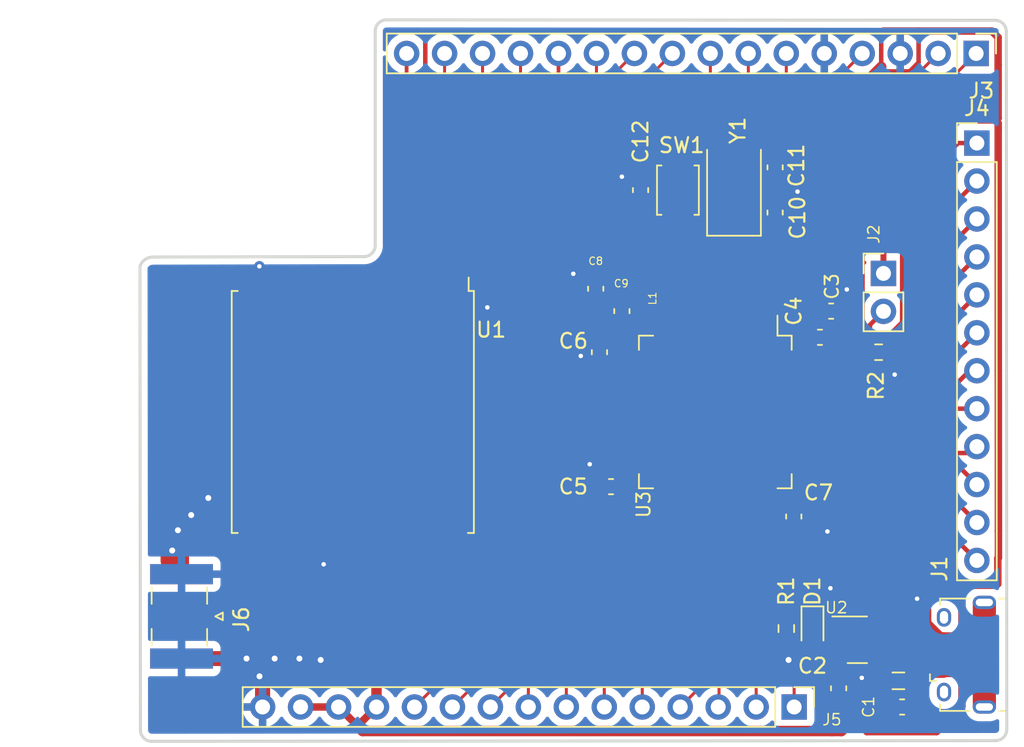
<source format=kicad_pcb>
(kicad_pcb (version 20211014) (generator pcbnew)
  (layers (0 "F.Cu" signal) (31 "B.Cu" signal) (34 "B.Paste" user) (35 "F.Paste" user) (36 "B.SilkS" user "B.Silkscreen") (37 "F.SilkS" user "F.Silkscreen") (38 "B.Mask" user) (39 "F.Mask" user) (44 "Edge.Cuts" user))
  (net 0 "")
  (net 1 "+3.3V")
  (net 2 "GND")
  (net 3 "+3.3VA")
  (net 4 "VCC")
  (net 5 "/RCC_OSC_IN")
  (net 6 "/RCC_OSC_OUT")
  (net 7 "RESET")
  (net 8 "Net-(D1-Pad1)")
  (net 9 "+5V")
  (net 10 "USB_D-")
  (net 11 "USB_D+")
  (net 14 "Net-(J2-Pad2)")
  (net 15 "PB8")
  (net 16 "PB9")
  (net 17 "VLCD")
  (net 18 "PC13")
  (net 19 "PC14")
  (net 20 "PC15")
  (net 21 "PC0")
  (net 22 "PC1")
  (net 23 "PC2")
  (net 24 "PC3")
  (net 25 "PA0")
  (net 26 "PA1")
  (net 27 "PA2")
  (net 28 "PA3")
  (net 29 "Net-(J6-Pad1)")
  (net 30 "SPI1_MISO")
  (net 31 "SPI1_MOSI")
  (net 32 "SPI1_SCK")
  (net 33 "RFM95_CS")
  (net 34 "RFM95_RESET")
  (net 35 "DIO5")
  (net 36 "DIO3")
  (net 37 "DIO4")
  (net 38 "DIO0")
  (net 39 "DIO1")
  (net 40 "DIO2")
  (net 41 "PB12")
  (net 42 "PB13")
  (net 43 "PB14")
  (net 44 "PB15")
  (net 45 "PC6")
  (net 46 "PC7")
  (net 47 "PC8")
  (net 48 "PC9")
  (net 49 "PA8")
  (net 50 "PA9")
  (net 51 "PA10")
  (net 52 "SWDIO")
  (net 53 "SWCLK")
  (net 54 "PA15")
  (net 55 "PC10")
  (net 56 "PC11")
  (net 57 "PC12")
  (net 58 "PD2")
  (net 59 "PB3")
  (net 60 "PB4")
  (net 61 "PB5")
  (net 62 "PB6")
  (net 63 "PB7")
  (footprint "Inductor_SMD:L_0805_2012Metric" (layer "F.Cu") (at 130.75 108 180)
    (fp_text reference "FB1" hide)
    (fp_text value "100R" hide)
  )
  (footprint "Capacitor_SMD:C_0603_1608Metric" (layer "F.Cu") (at 125.5 85)
    (fp_text reference "C4")
    (fp_text value "100n" hide)
  )
  (footprint "Package_QFP:LQFP-64_10x10mm_P0.5mm" (layer "F.Cu") (at 118.5 90 -90)
    (fp_text reference "U3")
    (fp_text value "STM32L053R8Tx" hide)
  )
  (footprint "Button_Switch_SMD:SW_SPST_B3U-1000P" (layer "F.Cu") (at 116 75.15 90)
    (fp_text reference "SW1")
    (fp_text value "SW_Push" hide)
  )
  (footprint "Capacitor_SMD:C_0603_1608Metric" (layer "F.Cu") (at 110.75 86 90)
    (fp_text reference "C6")
    (fp_text value "100n" hide)
  )
  (footprint "Capacitor_SMD:C_0603_1608Metric" (layer "F.Cu") (at 112.25 83.25 90)
    (fp_text reference "C9")
    (fp_text value "100n" hide)
  )
  (footprint "Connector_Coaxial:SMA_Samtec_SMA-J-P-X-ST-EM1_EdgeMount" (layer "F.Cu") (at 82.7929 103.6828 -90)
    (fp_text reference "J6")
    (fp_text value "Conn_Coaxial" hide)
  )
  (footprint "Connector_PinHeader_2.54mm:PinHeader_1x16_P2.54mm_Vertical" (layer "F.Cu") (at 135.95 66 -90)
    (fp_text reference "J3")
    (fp_text value "Conn_01x16_Male" hide)
  )
  (footprint "Capacitor_SMD:C_0603_1608Metric" (layer "F.Cu") (at 126.75 108.5 -90)
    (fp_text reference "C2")
    (fp_text value "1u" hide)
  )
  (footprint "Crystal:Crystal_SMD_5032-2Pin_5.0x3.2mm" (layer "F.Cu") (at 119.75 75.15 90)
    (fp_text reference "Y1")
    (fp_text value "8MHz" hide)
  )
  (footprint "Connector_PinHeader_2.54mm:PinHeader_1x15_P2.54mm_Vertical" (layer "F.Cu") (at 123.775 109.75 -90)
    (fp_text reference "J5")
    (fp_text value "Conn_01x15_Male" hide)
  )
  (footprint "LED_SMD:LED_0603_1608Metric" (layer "F.Cu") (at 125 104.5 -90)
    (fp_text reference "D1")
    (fp_text value "GREEN" hide)
  )
  (footprint "Package_TO_SOT_SMD:SOT-23" (layer "F.Cu") (at 128 105.25)
    (fp_text reference "U2")
    (fp_text value "XC6206P332MR" hide)
  )
  (footprint "Inductor_SMD:L_0402_1005Metric" (layer "F.Cu") (at 113.75 83.75 -90)
    (fp_text reference "L1")
    (fp_text value "27n" hide)
  )
  (footprint "Capacitor_SMD:C_0603_1608Metric" (layer "F.Cu") (at 110.5 81.75 90)
    (fp_text reference "C8")
    (fp_text value "1u" hide)
  )
  (footprint "Capacitor_SMD:C_0603_1608Metric" (layer "F.Cu") (at 122.5 76.65 90)
    (fp_text reference "C10")
    (fp_text value "30p" hide)
  )
  (footprint "RF_Module:HOPERF_RFM9XW_SMD" (layer "F.Cu") (at 94.25 90 -90)
    (fp_text reference "U1")
    (fp_text value "RFM95W-868S2" hide)
  )
  (footprint "Capacitor_SMD:C_0603_1608Metric" (layer "F.Cu") (at 123.75 97 -90)
    (fp_text reference "C7")
    (fp_text value "100n" hide)
  )
  (footprint "Capacitor_SMD:C_0603_1608Metric" (layer "F.Cu") (at 111.525 95 180)
    (fp_text reference "C5")
    (fp_text value "100n" hide)
  )
  (footprint "Connector_PinHeader_2.54mm:PinHeader_1x02_P2.54mm_Vertical" (layer "F.Cu") (at 129.75 80.725)
    (fp_text reference "J2")
    (fp_text value "Conn_01x02_Male" hide)
  )
  (footprint "Resistor_SMD:R_0603_1608Metric" (layer "F.Cu") (at 129.425 86)
    (fp_text reference "R2")
    (fp_text value "10k" hide)
  )
  (footprint "Capacitor_SMD:C_0603_1608Metric" (layer "F.Cu") (at 122.5 73.625 -90)
    (fp_text reference "C11")
    (fp_text value "30p" hide)
  )
  (footprint "Connector_USB:USB_Micro-B_Amphenol_10118194_Horizontal" (layer "F.Cu") (at 135.2 106.25 90)
    (fp_text reference "J1")
    (fp_text value "USB_B_Micro" hide)
  )
  (footprint "Capacitor_SMD:C_0603_1608Metric" (layer "F.Cu") (at 113.5 75.15 90)
    (fp_text reference "C12")
    (fp_text value "100n" hide)
  )
  (footprint "Capacitor_SMD:C_0603_1608Metric" (layer "F.Cu") (at 131 109.75)
    (fp_text reference "C1")
    (fp_text value "1u" hide)
  )
  (footprint "Resistor_SMD:R_0603_1608Metric" (layer "F.Cu") (at 123.25 104.5 -90)
    (fp_text reference "R1")
    (fp_text value "1k5" hide)
  )
  (footprint "Capacitor_SMD:C_0603_1608Metric" (layer "F.Cu") (at 126.25 83.25)
    (fp_text reference "C3")
    (fp_text value "4u7" hide)
  )
  (footprint "Connector_PinHeader_2.54mm:PinHeader_1x12_P2.54mm_Vertical" (layer "F.Cu") (at 136 72)
    (fp_text reference "J4")
    (fp_text value "Conn_01x12_Male" hide)
  )
  (gr_arc (start 137.21967 63.78033) (mid 137.749999 64) (end 137.96967 64.53033) (layer "Edge.Cuts") (width 0.2))
  (gr_line (start 96.5 63.75) (end 137.21967 63.78033) (layer "Edge.Cuts") (width 0.2))
  (gr_line (start 80.04433 111.3) (end 80.01 80.264) (layer "Edge.Cuts") (width 0.2))
  (gr_arc (start 95.75 64.5) (mid 95.96967 63.969671) (end 96.5 63.75) (layer "Edge.Cuts") (width 0.2))
  (gr_arc (start 80.79433 112.05) (mid 80.264001 111.83033) (end 80.04433 111.3) (layer "Edge.Cuts") (width 0.2))
  (gr_arc (start 95.75 78.85) (mid 95.53033 79.380329) (end 95 79.6) (layer "Edge.Cuts") (width 0.2))
  (gr_arc (start 80.01 80.264) (mid 80.347032 79.796046) (end 80.899 79.629) (layer "Edge.Cuts") (width 0.2))
  (gr_line (start 95.75 64.5) (end 95.75 78.85) (layer "Edge.Cuts") (width 0.2))
  (gr_arc (start 138 111.25) (mid 137.78033 111.780329) (end 137.25 112) (layer "Edge.Cuts") (width 0.2))
  (gr_line (start 137.96967 64.53033) (end 138 111.25) (layer "Edge.Cuts") (width 0.2))
  (gr_line (start 137.25 112) (end 80.79433 112.05) (layer "Edge.Cuts") (width 0.2))
  (gr_line (start 95 79.6) (end 80.899 79.629) (layer "Edge.Cuts") (width 0.2))
  (segment (start 128.65 111.4) (end 127.775 110.525) (width 0.5) (layer "F.Cu") (net 1))
  (segment (start 133.5 70.5) (end 137.25 70.5) (width 0.4) (layer "F.Cu") (net 1))
  (segment (start 114.75 93.75) (end 118.5 90) (width 0.5) (layer "F.Cu") (net 1))
  (segment (start 124.275 86.15) (end 124.725 85.7) (width 0.5) (layer "F.Cu") (net 1))
  (segment (start 124.725 84.025) (end 124.725 85) (width 0.5) (layer "F.Cu") (net 1))
  (segment (start 127.775 110.525) (end 126.939793 111.360207) (width 0.7) (layer "F.Cu") (net 1))
  (segment (start 93.295 109.75) (end 90.755 109.75) (width 0.5) (layer "F.Cu") (net 1))
  (segment (start 137 64.5) (end 132.1 64.5) (width 0.5) (layer "F.Cu") (net 1))
  (segment (start 94.845 110.74) (end 95.835 109.75) (width 0.5) (layer "F.Cu") (net 1))
  (segment (start 127 79) (end 125.3 80.7) (width 0.7) (layer "F.Cu") (net 1))
  (segment (start 108 100.25) (end 96.65 100.25) (width 0.7) (layer "F.Cu") (net 1))
  (segment (start 137.434646 87.267474) (end 137.433586 87.266414) (width 0.5) (layer "F.Cu") (net 1))
  (segment (start 112.825 87.25) (end 111.225 87.25) (width 0.3) (layer "F.Cu") (net 1))
  (segment (start 122.35 95.775) (end 122.35 95.675) (width 0.5) (layer "F.Cu") (net 1))
  (segment (start 96.65 100.25) (end 95.25 101.65) (width 0.7) (layer "F.Cu") (net 1))
  (segment (start 99.1 73.6) (end 104.45 78.95) (width 0.3) (layer "F.Cu") (net 1))
  (segment (start 99.1 65.1) (end 99.1 73.6) (width 0.3) (layer "F.Cu") (net 1))
  (segment (start 127 69.5) (end 127 79) (width 0.7) (layer "F.Cu") (net 1))
  (segment (start 124.725 85.7) (end 124.725 85) (width 0.5) (layer "F.Cu") (net 1))
  (segment (start 125.3 83.075) (end 125.475 83.25) (width 0.7) (layer "F.Cu") (net 1))
  (segment (start 132.1 64.5) (end 129.75 64.5) (width 0.5) (layer "F.Cu") (net 1))
  (segment (start 126.75 106.5125) (end 127.0625 106.2) (width 0.7) (layer "F.Cu") (net 1))
  (segment (start 104.45 78.95) (end 111.063604 78.95) (width 0.3) (layer "F.Cu") (net 1))
  (segment (start 123.75 96.225) (end 122.8 96.225) (width 0.5) (layer "F.Cu") (net 1))
  (segment (start 95.25 98) (end 95.25 101.65) (width 0.7) (layer "F.Cu") (net 1))
  (segment (start 94.905841 111.360841) (end 94.845 111.3) (width 0.7) (layer "F.Cu") (net 1))
  (segment (start 121.6 86.1) (end 121.65 86.15) (width 0.5) (layer "F.Cu") (net 1))
  (segment (start 113.75 81.636396) (end 113.75 83.265) (width 0.3) (layer "F.Cu") (net 1))
  (segment (start 118.5 89.25) (end 118.5 89.2) (width 0.5) (layer "F.Cu") (net 1))
  (segment (start 112.3 95) (end 113.5 95) (width 0.5) (layer "F.Cu") (net 1))
  (segment (start 129.75 64.5) (end 99.7 64.5) (width 0.3) (layer "F.Cu") (net 1))
  (segment (start 137.423934 70.673934) (end 137.25 70.5) (width 0.5) (layer "F.Cu") (net 1))
  (segment (start 137.4 99.8) (end 137.441371 99.758629) (width 0.5) (layer "F.Cu") (net 1))
  (segment (start 137.433586 85.966603) (end 137.423934 71.100049) (width 0.5) (layer "F.Cu") (net 1))
  (segment (start 125 105.2875) (end 126.15 105.2875) (width 0.7) (layer "F.Cu") (net 1))
  (segment (start 111.225 87.25) (end 110.75 86.775) (width 0.3) (layer "F.Cu") (net 1))
  (segment (start 133.3 111.4) (end 128.65 111.4) (width 0.5) (layer "F.Cu") (net 1))
  (segment (start 131.5 67.2) (end 129.9 67.2) (width 0.3) (layer "F.Cu") (net 1))
  (segment (start 112.825 87.25) (end 116.5 87.25) (width 0.3) (layer "F.Cu") (net 1))
  (segment (start 123.75 96.225) (end 127.725 96.225) (width 0.5) (layer "F.Cu") (net 1))
  (segment (start 118.5 89.2) (end 121.6 86.1) (width 0.5) (layer "F.Cu") (net 1))
  (segment (start 137.441371 99.758629) (end 137.441371 97.958629) (width 0.5) (layer "F.Cu") (net 1))
  (segment (start 135 101.75) (end 133.25 101.75) (width 0.5) (layer "F.Cu") (net 1))
  (segment (start 94.845 111.3) (end 94.845 110.74) (width 0.5) (layer "F.Cu") (net 1))
  (segment (start 135.15 101.6) (end 137.3 101.6) (width 0.5) (layer "F.Cu") (net 1))
  (segment (start 135 101.75) (end 135 109.7) (width 0.5) (layer "F.Cu") (net 1))
  (segment (start 112.3 95) (end 112.3 94.275) (width 0.5) (layer "F.Cu") (net 1))
  (segment (start 137.419923 64.919923) (end 137.421144 66.800051) (width 0.5) (layer "F.Cu") (net 1))
  (segment (start 125.3 80.7) (end 125.3 83.075) (width 0.7) (layer "F.Cu") (net 1))
  (segment (start 129.6 66.9) (end 127 69.5) (width 0.7) (layer "F.Cu") (net 1))
  (segment (start 116.5 87.25) (end 118.5 89.25) (width 0.3) (layer "F.Cu") (net 1))
  (segment (start 126.299961 111.360841) (end 94.905841 111.360841) (width 0.7) (layer "F.Cu") (net 1))
  (segment (start 137.4 101.5) (end 137.4 99.8) (width 0.5) (layer "F.Cu") (net 1))
  (segment (start 129.75 74.25) (end 133.5 70.5) (width 0.4) (layer "F.Cu") (net 1))
  (segment (start 126.75 107.725) (end 126.771016 107.725) (width 0.7) (layer "F.Cu") (net 1))
  (segment (start 137.419923 64.919923) (end 137 64.5) (width 0.5) (layer "F.Cu") (net 1))
  (segment (start 112.3 95.95) (end 112.3 95) (width 0.7) (layer "F.Cu") (net 1))
  (segment (start 137.434646 87.600042) (end 137.434646 87.267474) (width 0.5) (layer "F.Cu") (net 1))
  (segment (start 112.3 94.275) (end 112.725 93.85) (width 0.5) (layer "F.Cu") (net 1))
  (segment (start 129.6 64.65) (end 129.75 64.5) (width 0.3) (layer "F.Cu") (net 1))
  (segment (start 137.421144 66.800051) (end 137.421144 70.328856) (width 0.5) (layer "F.Cu") (net 1))
  (segment (start 126.15 105.2875) (end 127.0625 106.2) (width 0.7) (layer "F.Cu") (net 1))
  (segment (start 132.1 64.5) (end 132.1 66.6) (width 0.3) (layer "F.Cu") (net 1))
  (segment (start 125.475 83.25) (end 125.25 83.025) (width 0.3) (layer "F.Cu") (net 1))
  (segment (start 113.5 95) (end 114.75 93.75) (width 0.5) (layer "F.Cu") (net 1))
  (segment (start 127.775 108.728984) (end 127.775 110.525) (width 0.7) (layer "F.Cu") (net 1))
  (segment (start 94.845 111.3) (end 93.295 109.75) (width 0.5) (layer "F.Cu") (net 1))
  (segment (start 130.625 99.125) (end 133.25 101.75) (width 0.5) (layer "F.Cu") (net 1))
  (segment (start 137.421144 70.328856) (end 137.25 70.5) (width 0.5) (layer "F.Cu") (net 1))
  (segment (start 135 101.75) (end 135.15 101.6) (width 0.5) (layer "F.Cu") (net 1))
  (segment (start 122.8 96.225) (end 122.35 95.775) (width 0.5) (layer "F.Cu") (net 1))
  (segment (start 132.1 66.6) (end 131.5 67.2) (width 0.3) (layer "F.Cu") (net 1))
  (segment (start 125.475 83.275) (end 124.725 84.025) (width 0.5) (layer "F.Cu") (net 1))
  (segment (start 95.25 101.65) (end 95.25 106.55) (width 0.7) (layer "F.Cu") (net 1))
  (segment (start 112.725 93.85) (end 112.825 93.85) (width 0.5) (layer "F.Cu") (net 1))
  (segment (start 137.433586 87.266414) (end 137.433586 85.966603) (width 0.5) (layer "F.Cu") (net 1))
  (segment (start 127.725 96.225) (end 130.625 99.125) (width 0.5) (layer "F.Cu") (net 1))
  (segment (start 95.835 107.135) (end 95.835 109.75) (width 0.7) (layer "F.Cu") (net 1))
  (segment (start 111.063604 78.95) (end 113.75 81.636396) (width 0.3) (layer "F.Cu") (net 1))
  (segment (start 137.423934 71.100049) (end 137.423934 70.673934) (width 0.5) (layer "F.Cu") (net 1))
  (segment (start 129.9 67.2) (end 129.6 66.9) (width 0.3) (layer "F.Cu") (net 1))
  (segment (start 126.771016 107.725) (end 127.775 108.728984) (width 0.7) (layer "F.Cu") (net 1))
  (segment (start 137.3 101.6) (end 137.4 101.5) (width 0.5) (layer "F.Cu") (net 1))
  (segment (start 126.75 107.725) (end 126.75 106.5125) (width 0.7) (layer "F.Cu") (net 1))
  (segment (start 126.939793 111.360207) (end 126.299961 111.360841) (width 0.7) (layer "F.Cu") (net 1))
  (segment (start 125.475 83.25) (end 125.475 83.275) (width 0.5) (layer "F.Cu") (net 1))
  (segment (start 118.5 90) (end 118.5 89.25) (width 0.5) (layer "F.Cu") (net 1))
  (segment (start 129.6 66.9) (end 129.6 64.65) (width 0.3) (layer "F.Cu") (net 1))
  (segment (start 108 100.25) (end 112.3 95.95) (width 0.7) (layer "F.Cu") (net 1))
  (segment (start 121.65 86.15) (end 124.275 86.15) (width 0.5) (layer "F.Cu") (net 1))
  (segment (start 137.441371 97.958629) (end 137.434646 87.600042) (width 0.5) (layer "F.Cu") (net 1))
  (segment (start 99.7 64.5) (end 99.1 65.1) (width 0.3) (layer "F.Cu") (net 1))
  (segment (start 95.25 106.55) (end 95.835 107.135) (width 0.7) (layer "F.Cu") (net 1))
  (segment (start 135 109.7) (end 133.3 111.4) (width 0.5) (layer "F.Cu") (net 1))
  (segment (start 129.75 80.725) (end 129.75 74.25) (width 0.4) (layer "F.Cu") (net 1))
  (segment (start 112.375 74.375) (end 112.25 74.25) (width 0.3) (layer "F.Cu") (net 2))
  (segment (start 85.4654 106.5078) (end 86.391 106.5078) (width 1) (layer "F.Cu") (net 2))
  (segment (start 109.725 86.25) (end 110.75 85.225) (width 0.3) (layer "F.Cu") (net 2))
  (segment (start 130.5 87.5) (end 130.5 86.25) (width 0.3) (layer "F.Cu") (net 2))
  (segment (start 124 75.25) (end 123 75.25) (width 0.3) (layer "F.Cu") (net 2))
  (segment (start 116.85 86.65) (end 116.75 86.75) (width 0.3) (layer "F.Cu") (net 2))
  (segment (start 101.25 82) (end 102.25 82) (width 0.3) (layer "F.Cu") (net 2))
  (segment (start 82.7929 99.2743) (end 82.7929 97.3439) (width 1) (layer "F.Cu") (net 2))
  (segment (start 122.973959 97.775) (end 123.75 97.775) (width 0.3) (layer "F.Cu") (net 2))
  (segment (start 131.45 110.65) (end 129.836827 110.65) (width 0.3) (layer "F.Cu") (net 2))
  (segment (start 90.6978 106.5078) (end 92.0078 106.5078) (width 1) (layer "F.Cu") (net 2))
  (segment (start 116.75 85.401472) (end 116.85 85.501472) (width 0.3) (layer "F.Cu") (net 2))
  (segment (start 111.948959 93.25) (end 110.75 94.448959) (width 0.3) (layer "F.Cu") (net 2))
  (segment (start 88.215 107.0602) (end 88.215 106.91) (width 0.25) (layer "F.Cu") (net 2))
  (segment (start 82.7929 106.5078) (end 85.4654 106.5078) (width 1) (layer "F.Cu") (net 2))
  (segment (start 116.85 85.501472) (end 116.85 86.65) (width 0.3) (layer "F.Cu") (net 2))
  (segment (start 90.45 99.3) (end 91.4 99.3) (width 0.2) (layer "F.Cu") (net 2))
  (segment (start 87.9086 108.0254) (end 86.391 106.5078) (width 1) (layer "F.Cu") (net 2))
  (segment (start 111.85 86.75) (end 112.825 86.75) (width 0.3) (layer "F.Cu") (net 2))
  (segment (start 126.275 84) (end 127.025 83.25) (width 0.3) (layer "F.Cu") (net 2))
  (segment (start 126.275 85.526041) (end 126.275 85) (width 0.3) (layer "F.Cu") (net 2))
  (segment (start 82.7929 98.4615) (end 82.7929 99.2743) (width 1) (layer "F.Cu") (net 2))
  (segment (start 133.8 104.95) (end 133.612563 104.95) (width 0.4) (layer "F.Cu") (net 2))
  (segment (start 126.075 109.275) (end 126.75 109.275) (width 0.25) (layer "F.Cu") (net 2))
  (segment (start 123 75.25) (end 122.5 75.75) (width 0.3) (layer "F.Cu") (net 2))
  (segment (start 116.75 86.75) (end 112.825 86.75) (width 0.3) (layer "F.Cu") (net 2))
  (segment (start 128.3 108.016834) (end 128.3 107.8) (width 0.3) (layer "F.Cu") (net 2))
  (segment (start 89.2556 97.4944) (end 89.2556 96.6724) (width 1) (layer "F.Cu") (net 2))
  (segment (start 127.7 102.907106) (end 126.592894 101.8) (width 0.3) (layer "F.Cu") (net 2))
  (segment (start 81.8896 98.2472) (end 81.8896 99.9744) (width 1) (layer "F.Cu") (net 2))
  (segment (start 122.5 74.75) (end 123 75.25) (width 0.3) (layer "F.Cu") (net 2))
  (segment (start 89.7154 106.525) (end 91.3358 106.525) (width 1) (layer "F.Cu") (net 2))
  (segment (start 125.051041 86.75) (end 126.275 85.526041) (width 0.3) (layer "F.Cu") (net 2))
  (segment (start 130.5 86.25) (end 130.25 86) (width 0.3) (layer "F.Cu") (net 2))
  (segment (start 89.25 98) (end 89.25 97.5) (width 0.2) (layer "F.Cu") (net 2))
  (segment (start 110.75 80.975) (end 112.25 82.475) (width 0.3) (layer "F.Cu") (net 2))
  (segment (start 88.215 109.75) (end 88.215 107.4158) (width 1) (layer "F.Cu") (net 2))
  (segment (start 82.7929 97.3439) (end 83.4898 96.647) (width 1) (layer "F.Cu") (net 2))
  (segment (start 110.75 95) (end 110.75 94.15) (width 0.5) (layer "F.Cu") (net 2))
  (segment (start 84.7344 95.4024) (end 85.852 95.4024) (width 1) (layer "F.Cu") (net 2))
  (segment (start 110.75 85.225) (end 111.7 86.175) (width 0.3) (layer "F.Cu") (net 2))
  (segment (start 110.275 80.75) (end 110.5 80.975) (width 0.3) (layer "F.Cu") (net 2))
  (segment (start 121.75 96.551041) (end 122.973959 97.775) (width 0.3) (layer "F.Cu") (net 2))
  (segment (start 122.5 74.4) (end 122.5 74.75) (width 0.3) (layer "F.Cu") (net 2))
  (segment (start 125.7 108.3) (end 125.7 108.9) (width 0.25) (layer "F.Cu") (net 2))
  (segment (start 89.25 98) (end 89.25 98.1) (width 0.2) (layer "F.Cu") (net 2))
  (segment (start 87.6626 106.5078) (end 88.215 107.0602) (width 1) (layer "F.Cu") (net 2))
  (segment (start 88.215 108.0254) (end 89.7154 106.525) (width 1) (layer "F.Cu") (net 2))
  (segment (start 88.215 107.4158) (end 88.215 107.0602) (width 1) (layer "F.Cu") (net 2))
  (segment (start 85.4654 106.5078) (end 87.1418 106.5078) (width 1) (layer "F.Cu") (net 2))
  (segment (start 123.4 105.475) (end 123.25 105.325) (width 0.25) (layer "F.Cu") (net 2))
  (segment (start 127.025 82.075) (end 127.3 81.8) (width 0.5) (layer "F.Cu") (net 2))
  (segment (start 112.825 93.25) (end 111.948959 93.25) (width 0.3) (layer "F.Cu") (net 2))
  (segment (start 88.215 108.0254) (end 87.9086 108.0254) (width 1) (layer "F.Cu") (net 2))
  (segment (start 132.75 103.25) (end 132 102.5) (width 0.4) (layer "F.Cu") (net 2))
  (segment (start 123.4 107) (end 124.4 108) (width 0.25) (layer "F.Cu") (net 2))
  (segment (start 91.3358 106.525) (end 92.025 106.525) (width 1) (layer "F.Cu") (net 2))
  (segment (start 89.25 98.1) (end 90.45 99.3) (width 0.2) (layer "F.Cu") (net 2))
  (segment (start 121.75 95.675) (end 121.75 96.551041) (width 0.3) (layer "F.Cu") (net 2))
  (segment (start 127.0625 104.0375) (end 127.7 103.4) (width 0.3) (layer "F.Cu") (net 2))
  (segment (start 125.775 97.775) (end 126 98) (width 0.3) (layer "F.Cu") (net 2))
  (segment (start 88.6 106.525) (end 91.3358 106.525) (width 1) (layer "F.Cu") (net 2))
  (segment (start 122.5 75.75) (end 122.5 75.875) (width 0.3) (layer "F.Cu") (net 2))
  (segment (start 87.9856 95.4024) (end 85.852 95.4024) (width 1) (layer "F.Cu") (net 2))
  (segment (start 102.25 82) (end 103.25 83) (width 0.3) (layer "F.Cu") (net 2))
  (segment (start 83.312 97.9424) (end 82.7929 98.4615) (width 1) (layer "F.Cu") (net 2))
  (segment (start 124.4 108) (end 125.4 108) (width 0.25) (layer "F.Cu") (net 2))
  (segment (start 89.0214 106.5078) (end 90.6978 106.5078) (width 1) (layer "F.Cu") (net 2))
  (segment (start 124.175 86.75) (end 125.051041 86.75) (width 0.3) (layer "F.Cu") (net 2))
  (segment (start 125.4 108) (end 125.7 108.3) (width 0.25) (layer "F.Cu") (net 2))
  (segment (start 89.2556 96.6724) (end 87.9856 95.4024) (width 1) (layer "F.Cu") (net 2))
  (segment (start 88.215 106.91) (end 88.6 106.525) (width 1) (layer "F.Cu") (net 2))
  (segment (start 113.5 74.375) (end 114.425 73.45) (width 0.25) (layer "F.Cu") (net 2))
  (segment (start 129.4 110.213173) (end 129.4 109.116834) (width 0.3) (layer "F.Cu") (net 2))
  (segment (start 110.75 94.15) (end 110.1 93.5) (width 0.5) (layer "F.Cu") (net 2))
  (segment (start 86.391 106.5078) (end 87.6626 106.5078) (width 1) (layer "F.Cu") (net 2))
  (segment (start 109.5 86.25) (end 109.725 86.25) (width 0.3) (layer "F.Cu") (net 2))
  (segment (start 84.328 96.9264) (end 83.312 97.9424) (width 1) (layer "F.Cu") (net 2))
  (segment (start 83.4898 96.647) (end 84.7344 95.4024) (width 1) (layer "F.Cu") (net 2))
  (segment (start 123.4 106.6) (end 123.4 107) (width 0.25) (layer "F.Cu") (net 2))
  (segment (start 110.5 80.975) (end 110.75 80.975) (width 0.3) (layer "F.Cu") (net 2))
  (segment (start 87.25 81) (end 88 80.25) (width 0.3) (layer "F.Cu") (net 2))
  (segment (start 82.7929 99.2743) (end 82.7929 100.8578) (width 1) (layer "F.Cu") (net 2))
  (segment (start 132.75 104.087437) (end 132.75 103.25) (width 0.4) (layer "F.Cu") (net 2))
  (segment (start 91.4 99.3) (end 92.3 100.2) (width 0.2) (layer "F.Cu") (net 2))
  (segment (start 114.425 73.45) (end 116 73.45) (width 0.25) (layer "F.Cu") (net 2))
  (segment (start 92.0078 106.5078) (end 92.025 106.525) (width 1) (layer "F.Cu") (net 2))
  (segment (start 123.4 106.6) (end 123.4 105.475) (width 0.25) (layer "F.Cu") (net 2))
  (segment (start 127.025 83.25) (end 127.025 82.075) (width 0.5) (layer "F.Cu") (net 2))
  (segment (start 113.5 74.375) (end 112.375 74.375) (width 0.3) (layer "F.Cu") (net 2))
  (segment (start 85.852 95.4024) (end 84.328 96.9264) (width 1) (layer "F.Cu") (net 2))
  (segment (start 109 80.75) (end 110.275 80.75) (width 0.3) (layer "F.Cu") (net 2))
  (segment (start 110.75 94.448959) (end 110.75 95) (width 0.3) (layer "F.Cu") (net 2))
  (segment (start 133.612563 104.95) (end 132.75 104.087437) (width 0.4) (layer "F.Cu") (net 2))
  (segment (start 129.4 109.116834) (end 128.3 108.016834) (width 0.3) (layer "F.Cu") (net 2))
  (segment (start 92.025 106.525) (end 92.1 106.6) (width 0.25) (layer "F.Cu") (net 2))
  (segment (start 126.592894 101.8) (end 126.2 101.8) (width 0.3) (layer "F.Cu") (net 2))
  (segment (start 127.7 103.4) (end 127.7 102.907106) (width 0.3) (layer "F.Cu") (net 2))
  (segment (start 82.7929 97.3439) (end 81.9912 98.1456) (width 1) (layer "F.Cu") (net 2))
  (segment (start 87.1418 106.5078) (end 89.0214 106.5078) (width 1) (layer "F.Cu") (net 2))
  (segment (start 111.7 86.6) (end 111.85 86.75) (width 0.3) (layer "F.Cu") (net 2))
  (segment (start 125.7 108.9) (end 126.075 109.275) (width 0.25) (layer "F.Cu") (net 2))
  (segment (start 88.215 108.3318) (end 88.215 108.0254) (width 1) (layer "F.Cu") (net 2))
  (segment (start 111.7 86.175) (end 111.7 86.6) (width 0.3) (layer "F.Cu") (net 2))
  (segment (start 126.275 85) (end 126.275 84) (width 0.3) (layer "F.Cu") (net 2))
  (segment (start 131.775 110.325) (end 131.45 110.65) (width 0.3) (layer "F.Cu") (net 2))
  (segment (start 129.836827 110.65) (end 129.4 110.213173) (width 0.3) (layer "F.Cu") (net 2))
  (segment (start 89.25 97.5) (end 89.2556 97.4944) (width 0.2) (layer "F.Cu") (net 2))
  (segment (start 131.775 109.75) (end 131.775 110.325) (width 0.3) (layer "F.Cu") (net 2))
  (segment (start 116.75 84.325) (end 116.75 85.401472) (width 0.3) (layer "F.Cu") (net 2))
  (segment (start 81.9912 98.1456) (end 81.8896 98.2472) (width 1) (layer "F.Cu") (net 2))
  (segment (start 127.0625 104.3) (end 127.0625 104.0375) (width 0.3) (layer "F.Cu") (net 2))
  (segment (start 123.75 97.775) (end 125.775 97.775) (width 0.3) (layer "F.Cu") (net 2))
  (segment (start 88.215 109.75) (end 88.215 108.3318) (width 1) (layer "F.Cu") (net 2))
  (segment (start 87.25 82) (end 87.25 81) (width 0.3) (layer "F.Cu") (net 2))
  (via (at 82.55 97.917) (size 0.8) (drill 0.4) (layers "F.Cu" "B.Cu") (net 2))
  (via (at 128.3 107.8) (size 0.7) (drill 0.3) (layers "F.Cu" "B.Cu") (net 2))
  (via (at 82.169 99.2743) (size 0.8) (drill 0.4) (layers "F.Cu" "B.Cu") (net 2))
  (via (at 87.1418 106.5078) (size 0.8) (drill 0.4) (layers "F.Cu" "B.Cu") (net 2))
  (via (at 130.5 87.5) (size 0.7) (drill 0.3) (layers "F.Cu" "B.Cu") (net 2))
  (via (at 126 98) (size 0.7) (drill 0.3) (layers "F.Cu" "B.Cu") (net 2))
  (via (at 90.678 106.5078) (size 0.8) (drill 0.4) (layers "F.Cu" "B.Cu") (net 2))
  (via (at 124 75.25) (size 0.7) (drill 0.3) (layers "F.Cu" "B.Cu") (net 2))
  (via (at 109 80.75) (size 0.7) (drill 0.3) (layers "F.Cu" "B.Cu") (net 2))
  (via (at 88.011 107.696) (size 0.8) (drill 0.4) (layers "F.Cu" "B.Cu") (net 2))
  (via (at 83.439 96.901) (size 0.8) (drill 0.4) (layers "F.Cu" "B.Cu") (net 2))
  (via (at 109.5 86.25) (size 0.7) (drill 0.3) (layers "F.Cu" "B.Cu") (net 2))
  (via (at 132 102.5) (size 0.7) (drill 0.3) (layers "F.Cu" "B.Cu") (net 2))
  (via (at 126.2 101.8) (size 0.7) (drill 0.3) (layers "F.Cu" "B.Cu") (net 2))
  (via (at 110.1 93.5) (size 0.7) (drill 0.3) (layers "F.Cu" "B.Cu") (net 2))
  (via (at 92.1 106.6) (size 0.8) (drill 0.4) (layers "F.Cu" "B.Cu") (net 2))
  (via (at 123.4 106.6) (size 0.8) (drill 0.4) (layers "F.Cu" "B.Cu") (net 2))
  (via (at 89.0214 106.5078) (size 0.8) (drill 0.4) (layers "F.Cu" "B.Cu") (net 2))
  (via (at 103.25 83) (size 0.7) (drill 0.3) (layers "F.Cu" "B.Cu") (net 2))
  (via (at 127.3 81.8) (size 0.7) (drill 0.3) (layers "F.Cu" "B.Cu") (net 2))
  (via (at 112.25 74.25) (size 0.7) (drill 0.3) (layers "F.Cu" "B.Cu") (net 2))
  (via (at 92.3 100.2) (size 0.7) (drill 0.3) (layers "F.Cu" "B.Cu") (net 2))
  (via (at 88 80.25) (size 0.7) (drill 0.3) (layers "F.Cu" "B.Cu") (net 2))
  (via (at 84.582 95.758) (size 0.8) (drill 0.4) (layers "F.Cu" "B.Cu") (net 2))
  (segment (start 114 85.5) (end 114.25 85.75) (width 0.5) (layer "F.Cu") (net 3))
  (segment (start 112.46 84.235) (end 112.25 84.025) (width 0.5) (layer "F.Cu") (net 3))
  (segment (start 113.75 85.25) (end 114 85.5) (width 0.5) (layer "F.Cu") (net 3))
  (segment (start 113.75 84.235) (end 112.46 84.235) (width 0.5) (layer "F.Cu") (net 3))
  (segment (start 112.25 84.025) (end 112 84.025) (width 0.5) (layer "F.Cu") (net 3))
  (segment (start 114.25 85.75) (end 116.25 85.75) (width 0.5) (layer "F.Cu") (net 3))
  (segment (start 112 84.025) (end 110.5 82.525) (width 0.5) (layer "F.Cu") (net 3))
  (segment (start 116.25 84.325) (end 116.25 85.75) (width 0.3) (layer "F.Cu") (net 3))
  (segment (start 113.75 84.235) (end 113.75 85.25) (width 0.5) (layer "F.Cu") (net 3))
  (segment (start 128.9375 106.4375) (end 128.9375 105.25) (width 0.7) (layer "F.Cu") (net 4))
  (segment (start 129.6875 107.1875) (end 128.9375 106.4375) (width 0.7) (layer "F.Cu") (net 4))
  (segment (start 130.225 109.75) (end 130.225 108.5375) (width 0.7) (layer "F.Cu") (net 4))
  (segment (start 130.225 108.5375) (end 129.6875 108) (width 0.7) (layer "F.Cu") (net 4))
  (segment (start 129.6875 108) (end 129.6875 107.1875) (width 0.7) (layer "F.Cu") (net 4))
  (segment (start 120.25 84.325) (end 120.25 77.5) (width 0.2) (layer "F.Cu") (net 5))
  (segment (start 122.075 77) (end 122.5 77.425) (width 0.2) (layer "F.Cu") (net 5))
  (segment (start 119.75 77) (end 122.075 77) (width 0.2) (layer "F.Cu") (net 5))
  (segment (start 120.25 77.5) (end 119.75 77) (width 0.2) (layer "F.Cu") (net 5))
  (segment (start 119.75 73.3) (end 118.25 74.8) (width 0.2) (layer "F.Cu") (net 6))
  (segment (start 122.5 72.85) (end 122.05 73.3) (width 0.2) (layer "F.Cu") (net 6))
  (segment (start 119.75 79.75) (end 119.75 84.325) (width 0.2) (layer "F.Cu") (net 6))
  (segment (start 118.25 78.25) (end 119.75 79.75) (width 0.2) (layer "F.Cu") (net 6))
  (segment (start 122.05 73.3) (end 119.75 73.3) (width 0.2) (layer "F.Cu") (net 6))
  (segment (start 118.25 74.8) (end 118.25 78.25) (width 0.2) (layer "F.Cu") (net 6))
  (segment (start 119.25 84.325) (end 119.25 79.815686) (width 0.2) (layer "F.Cu") (net 7))
  (segment (start 113.5 75.925) (end 114.425 76.85) (width 0.2) (layer "F.Cu") (net 7))
  (segment (start 116.284314 76.85) (end 116 76.85) (width 0.2) (layer "F.Cu") (net 7))
  (segment (start 119.25 79.815686) (end 116.284314 76.85) (width 0.2) (layer "F.Cu") (net 7))
  (segment (start 114.425 76.85) (end 116 76.85) (width 0.2) (layer "F.Cu") (net 7))
  (segment (start 123.2875 103.7125) (end 123.25 103.675) (width 0.7) (layer "F.Cu") (net 8))
  (segment (start 125 103.7125) (end 123.2875 103.7125) (width 0.7) (layer "F.Cu") (net 8))
  (segment (start 133.8 107.55) (end 132.2625 107.55) (width 0.5) (layer "F.Cu") (net 9))
  (segment (start 132.2625 107.55) (end 131.8125 108) (width 0.5) (layer "F.Cu") (net 9))
  (segment (start 130.025 104.525) (end 130.025 105.775001) (width 0.3) (layer "F.Cu") (net 10))
  (segment (start 122.25 99.25) (end 124.75 99.25) (width 0.3) (layer "F.Cu") (net 10))
  (segment (start 120.25 95.675) (end 120.25 97.25) (width 0.3) (layer "F.Cu") (net 10))
  (segment (start 124.75 99.25) (end 130.025 104.525) (width 0.3) (layer "F.Cu") (net 10))
  (segment (start 131.149999 106.9) (end 133.8 106.9) (width 0.3) (layer "F.Cu") (net 10))
  (segment (start 120.25 97.25) (end 122.25 99.25) (width 0.3) (layer "F.Cu") (net 10))
  (segment (start 130.025 105.775001) (end 131.149999 106.9) (width 0.3) (layer "F.Cu") (net 10))
  (segment (start 131.81 106.25) (end 131.635 106.075) (width 0.3) (layer "F.Cu") (net 11))
  (segment (start 120.75 97.042894) (end 122.457106 98.75) (width 0.3) (layer "F.Cu") (net 11))
  (segment (start 122.457106 98.75) (end 125 98.75) (width 0.3) (layer "F.Cu") (net 11))
  (segment (start 131.075 106.075) (end 131.635 106.075) (width 0.3) (layer "F.Cu") (net 11))
  (segment (start 125 98.75) (end 130.525 104.275) (width 0.3) (layer "F.Cu") (net 11))
  (segment (start 130.525 105.525) (end 131.075 106.075) (width 0.3) (layer "F.Cu") (net 11))
  (segment (start 120.75 95.675) (end 120.75 97.042894) (width 0.3) (layer "F.Cu") (net 11))
  (segment (start 130.525 104.275) (end 130.525 105.525) (width 0.3) (layer "F.Cu") (net 11))
  (segment (start 133.8 106.25) (end 131.81 106.25) (width 0.3) (layer "F.Cu") (net 11))
  (segment (start 128.6 86) (end 128.85 85.75) (width 0.3) (layer "F.Cu") (net 14))
  (segment (start 126.35 88.25) (end 128.6 86) (width 0.3) (layer "F.Cu") (net 14))
  (segment (start 128.85 84.165) (end 129.75 83.265) (width 0.3) (layer "F.Cu") (net 14))
  (segment (start 128.85 85.75) (end 128.85 84.165) (width 0.3) (layer "F.Cu") (net 14))
  (segment (start 124.175 88.25) (end 126.35 88.25) (width 0.3) (layer "F.Cu") (net 14))
  (segment (start 134 68) (end 131.975686 68) (width 0.2) (layer "F.Cu") (net 15))
  (segment (start 131.975686 68) (end 128.5 71.475686) (width 0.2) (layer "F.Cu") (net 15))
  (segment (start 125.5 87.75) (end 124.175 87.75) (width 0.2) (layer "F.Cu") (net 15))
  (segment (start 128.4 80.1) (end 128.4 84.85) (width 0.2) (layer "F.Cu") (net 15))
  (segment (start 135.95 66) (end 134 67.95) (width 0.2) (layer "F.Cu") (net 15))
  (segment (start 128.4 79.9) (end 128.5 80) (width 0.2) (layer "F.Cu") (net 15))
  (segment (start 128.4 84.85) (end 125.5 87.75) (width 0.2) (layer "F.Cu") (net 15))
  (segment (start 128.5 71.5) (end 128.4 71.6) (width 0.2) (layer "F.Cu") (net 15))
  (segment (start 128.4 71.6) (end 128.4 79.9) (width 0.2) (layer "F.Cu") (net 15))
  (segment (start 134 67.95) (end 134 68) (width 0.2) (layer "F.Cu") (net 15))
  (segment (start 128.5 71.475686) (end 128.5 71.5) (width 0.2) (layer "F.Cu") (net 15))
  (segment (start 128.5 80) (end 128.4 80.1) (width 0.2) (layer "F.Cu") (net 15))
  (segment (start 128 71.41) (end 133.41 66) (width 0.2) (layer "F.Cu") (net 16))
  (segment (start 124.175 87.25) (end 125.25 87.25) (width 0.2) (layer "F.Cu") (net 16))
  (segment (start 128 84.5) (end 128 71.41) (width 0.2) (layer "F.Cu") (net 16))
  (segment (start 125.25 87.25) (end 128 84.5) (width 0.2) (layer "F.Cu") (net 16))
  (segment (start 125.95 68.38) (end 128.33 66) (width 0.2) (layer "F.Cu") (net 17))
  (segment (start 125.247057 79.7) (end 125.95 78.997057) (width 0.2) (layer "F.Cu") (net 17))
  (segment (start 125.95 78.997057) (end 125.95 68.38) (width 0.2) (layer "F.Cu") (net 17))
  (segment (start 122.25 80) (end 122.55 79.7) (width 0.2) (layer "F.Cu") (net 17))
  (segment (start 122.25 84.325) (end 122.25 80) (width 0.2) (layer "F.Cu") (net 17))
  (segment (start 122.55 79.7) (end 125.247057 79.7) (width 0.2) (layer "F.Cu") (net 17))
  (segment (start 121.75 84.325) (end 121.75 79.881372) (width 0.2) (layer "F.Cu") (net 18))
  (segment (start 123.25 69.618628) (end 123.25 66) (width 0.2) (layer "F.Cu") (net 18))
  (segment (start 125.55 71.918629) (end 123.25 69.618628) (width 0.2) (layer "F.Cu") (net 18))
  (segment (start 121.75 79.881372) (end 122.331372 79.3) (width 0.2) (layer "F.Cu") (net 18))
  (segment (start 125.081371 79.3) (end 125.55 78.831371) (width 0.2) (layer "F.Cu") (net 18))
  (segment (start 125.55 78.831371) (end 125.55 71.918629) (width 0.2) (layer "F.Cu") (net 18))
  (segment (start 122.331372 79.3) (end 125.081371 79.3) (width 0.2) (layer "F.Cu") (net 18))
  (segment (start 125.15 78.665685) (end 125.15 72.084314) (width 0.2) (layer "F.Cu") (net 19))
  (segment (start 121.25 79.815686) (end 122.165686 78.9) (width 0.2) (layer "F.Cu") (net 19))
  (segment (start 125.15 72.084314) (end 120.71 67.644314) (width 0.2) (layer "F.Cu") (net 19))
  (segment (start 120.71 67.644314) (end 120.71 66) (width 0.2) (layer "F.Cu") (net 19))
  (segment (start 122.165686 78.9) (end 124.915685 78.9) (width 0.2) (layer "F.Cu") (net 19))
  (segment (start 121.25 84.325) (end 121.25 79.815686) (width 0.2) (layer "F.Cu") (net 19))
  (segment (start 124.915685 78.9) (end 125.15 78.665685) (width 0.2) (layer "F.Cu") (net 19))
  (segment (start 118.25 67.75) (end 118.17 67.67) (width 0.2) (layer "F.Cu") (net 20))
  (segment (start 122 78.5) (end 124.75 78.5) (width 0.2) (layer "F.Cu") (net 20))
  (segment (start 124.75 78.5) (end 124.75 72.25) (width 0.2) (layer "F.Cu") (net 20))
  (segment (start 120.25 67.75) (end 118.25 67.75) (width 0.2) (layer "F.Cu") (net 20))
  (segment (start 120.75 79.75) (end 122 78.5) (width 0.2) (layer "F.Cu") (net 20))
  (segment (start 124.75 72.25) (end 120.25 67.75) (width 0.2) (layer "F.Cu") (net 20))
  (segment (start 120.75 84.325) (end 120.75 79.75) (width 0.2) (layer "F.Cu") (net 20))
  (segment (start 118.17 67.67) (end 118.17 66) (width 0.2) (layer "F.Cu") (net 20))
  (segment (start 117.75 79.75) (end 118.75 80.75) (width 0.2) (layer "F.Cu") (net 21))
  (segment (start 111.4 75.15) (end 116 79.75) (width 0.2) (layer "F.Cu") (net 21))
  (segment (start 115.63 66) (end 111.4 70.23) (width 0.2) (layer "F.Cu") (net 21))
  (segment (start 116 79.75) (end 117.75 79.75) (width 0.2) (layer "F.Cu") (net 21))
  (segment (start 111.4 70.23) (end 111.4 75.15) (width 0.2) (layer "F.Cu") (net 21))
  (segment (start 118.75 80.75) (end 118.75 84.325) (width 0.2) (layer "F.Cu") (net 21))
  (segment (start 111.45 76.35) (end 111.981371 76.35) (width 0.2) (layer "F.Cu") (net 22))
  (segment (start 118.25 80.86863) (end 118.25 84.325) (width 0.2) (layer "F.Cu") (net 22))
  (segment (start 111.981371 76.35) (end 115.831371 80.2) (width 0.2) (layer "F.Cu") (net 22))
  (segment (start 111 68.09) (end 111 75.9) (width 0.2) (layer "F.Cu") (net 22))
  (segment (start 115.831371 80.2) (end 117.58137 80.2) (width 0.2) (layer "F.Cu") (net 22))
  (segment (start 113.09 66) (end 111 68.09) (width 0.2) (layer "F.Cu") (net 22))
  (segment (start 111 75.9) (end 111.45 76.35) (width 0.2) (layer "F.Cu") (net 22))
  (segment (start 117.58137 80.2) (end 118.25 80.86863) (width 0.2) (layer "F.Cu") (net 22))
  (segment (start 112.032843 76.967158) (end 115.665685 80.6) (width 0.2) (layer "F.Cu") (net 23))
  (segment (start 117.75 80.934315) (end 117.415685 80.6) (width 0.2) (layer "F.Cu") (net 23))
  (segment (start 110.55 76.55) (end 110.75 76.75) (width 0.2) (layer "F.Cu") (net 23))
  (segment (start 116.5 80.6) (end 117 80.6) (width 0.2) (layer "F.Cu") (net 23))
  (segment (start 117.415685 80.6) (end 116.85 80.6) (width 0.2) (layer "F.Cu") (net 23))
  (segment (start 110.75 76.75) (end 111.815685 76.75) (width 0.2) (layer "F.Cu") (net 23))
  (segment (start 110.55 66) (end 110.55 76.55) (width 0.2) (layer "F.Cu") (net 23))
  (segment (start 117.75 84.325) (end 117.75 80.934315) (width 0.2) (layer "F.Cu") (net 23))
  (segment (start 115.665685 80.6) (end 116.5 80.6) (width 0.2) (layer "F.Cu") (net 23))
  (segment (start 111.815685 76.75) (end 112.032843 76.967158) (width 0.2) (layer "F.Cu") (net 23))
  (segment (start 117.25 84.325) (end 117.25 81) (width 0.2) (layer "F.Cu") (net 24))
  (segment (start 110 77.1) (end 110.075 77.175) (width 0.25) (layer "F.Cu") (net 24))
  (segment (start 110.075 77.175) (end 110.2 77.175) (width 0.25) (layer "F.Cu") (net 24))
  (segment (start 108.01 73.29) (end 108 73.3) (width 0.25) (layer "F.Cu") (net 24))
  (segment (start 115.447058 81) (end 111.647058 77.2) (width 0.2) (layer "F.Cu") (net 24))
  (segment (start 108.01 66) (end 108.01 73.29) (width 0.25) (layer "F.Cu") (net 24))
  (segment (start 117.25 81) (end 115.447058 81) (width 0.2) (layer "F.Cu") (net 24))
  (segment (start 108 75.1) (end 110 77.1) (width 0.25) (layer "F.Cu") (net 24))
  (segment (start 108 73.3) (end 108 75.1) (width 0.25) (layer "F.Cu") (net 24))
  (segment (start 110.225 77.2) (end 110.2 77.175) (width 0.2) (layer "F.Cu") (net 24))
  (segment (start 111.647058 77.2) (end 110.225 77.2) (width 0.2) (layer "F.Cu") (net 24))
  (segment (start 105.47 77.088628) (end 105.981372 77.6) (width 0.2) (layer "F.Cu") (net 25))
  (segment (start 115.75 81.868628) (end 115.75 84.325) (width 0.2) (layer "F.Cu") (net 25))
  (segment (start 111.481372 77.6) (end 115.75 81.868628) (width 0.2) (layer "F.Cu") (net 25))
  (segment (start 105.981372 77.6) (end 111.481372 77.6) (width 0.2) (layer "F.Cu") (net 25))
  (segment (start 105.47 66) (end 105.47 77.088628) (width 0.2) (layer "F.Cu") (net 25))
  (segment (start 115.25 81.934314) (end 111.315686 78) (width 0.2) (layer "F.Cu") (net 26))
  (segment (start 111.315686 78) (end 105.815686 78) (width 0.2) (layer "F.Cu") (net 26))
  (segment (start 102.93 75.114314) (end 102.93 66) (width 0.2) (layer "F.Cu") (net 26))
  (segment (start 115.25 84.325) (end 115.25 81.934314) (width 0.2) (layer "F.Cu") (net 26))
  (segment (start 105.815686 78) (end 102.93 75.114314) (width 0.2) (layer "F.Cu") (net 26))
  (segment (start 100.39 73.14) (end 100.39 66) (width 0.2) (layer "F.Cu") (net 27))
  (segment (start 105.75 78.5) (end 100.39 73.14) (width 0.2) (layer "F.Cu") (net 27))
  (segment (start 111.25 78.5) (end 105.75 78.5) (width 0.2) (layer "F.Cu") (net 27))
  (segment (start 114.75 82) (end 111.25 78.5) (width 0.2) (layer "F.Cu") (net 27))
  (segment (start 114.75 84.325) (end 114.75 82) (width 0.2) (layer "F.Cu") (net 27))
  (segment (start 107.2 84.45) (end 97.85 75.1) (width 0.25) (layer "F.Cu") (net 28))
  (segment (start 112.825 86.25) (end 112.825 86.047183) (width 0.25) (layer "F.Cu") (net 28))
  (segment (start 97.85 75.1) (end 97.85 66) (width 0.25) (layer "F.Cu") (net 28))
  (segment (start 111.227817 84.45) (end 107.2 84.45) (width 0.25) (layer "F.Cu") (net 28))
  (segment (start 112.825 86.047183) (end 111.227817 84.45) (width 0.25) (layer "F.Cu") (net 28))
  (segment (start 87.25 98) (end 87.25 102.074722) (width 2.5) (layer "F.Cu") (net 29))
  (segment (start 85.641922 103.6828) (end 82.5929 103.6828) (width 2.5) (layer "F.Cu") (net 29))
  (segment (start 87.25 102.074722) (end 85.641922 103.6828) (width 2.5) (layer "F.Cu") (net 29))
  (segment (start 99.25 82) (end 106 88.75) (width 0.25) (layer "F.Cu") (net 30))
  (segment (start 106 88.75) (end 112.825 88.75) (width 0.25) (layer "F.Cu") (net 30))
  (segment (start 97.25 82.15) (end 97.25 82) (width 0.25) (layer "F.Cu") (net 31))
  (segment (start 104.35 89.25) (end 97.25 82.15) (width 0.25) (layer "F.Cu") (net 31))
  (segment (start 112.825 89.25) (end 104.35 89.25) (width 0.25) (layer "F.Cu") (net 31))
  (segment (start 95.25 81.5) (end 96.25 80.5) (width 0.25) (layer "F.Cu") (net 32))
  (segment (start 109.65 88.25) (end 112.825 88.25) (width 0.25) (layer "F.Cu") (net 32))
  (segment (start 96.25 80.5) (end 101.9 80.5) (width 0.25) (layer "F.Cu") (net 32))
  (segment (start 101.9 80.5) (end 109.65 88.25) (width 0.25) (layer "F.Cu") (net 32))
  (segment (start 95.25 82) (end 95.25 81.5) (width 0.25) (layer "F.Cu") (net 32))
  (segment (start 112.825 89.75) (end 101 89.75) (width 0.25) (layer "F.Cu") (net 33))
  (segment (start 101 89.75) (end 93.25 82) (width 0.25) (layer "F.Cu") (net 33))
  (segment (start 99.5 90.25) (end 91.25 82) (width 0.25) (layer "F.Cu") (net 34))
  (segment (start 112.825 90.25) (end 99.5 90.25) (width 0.25) (layer "F.Cu") (net 34))
  (segment (start 90.25 80.5) (end 89.25 81.5) (width 0.25) (layer "F.Cu") (net 35))
  (segment (start 102.036396 80) (end 96 80) (width 0.25) (layer "F.Cu") (net 35))
  (segment (start 89.25 81.5) (end 89.25 82) (width 0.25) (layer "F.Cu") (net 35))
  (segment (start 95.5 80.5) (end 90.25 80.5) (width 0.25) (layer "F.Cu") (net 35))
  (segment (start 112.825 87.75) (end 109.786396 87.75) (width 0.25) (layer "F.Cu") (net 35))
  (segment (start 96 80) (end 95.5 80.5) (width 0.25) (layer "F.Cu") (net 35))
  (segment (start 109.786396 87.75) (end 102.036396 80) (width 0.25) (layer "F.Cu") (net 35))
  (segment (start 98.5 90.75) (end 91.25 98) (width 0.25) (layer "F.Cu") (net 36))
  (segment (start 112.825 90.75) (end 98.5 90.75) (width 0.25) (layer "F.Cu") (net 36))
  (segment (start 93.25 98) (end 99.95 91.3) (width 0.25) (layer "F.Cu") (net 37))
  (segment (start 105.3 91.25) (end 112.825 91.25) (width 0.25) (layer "F.Cu") (net 37))
  (segment (start 105.25 91.3) (end 105.3 91.25) (width 0.25) (layer "F.Cu") (net 37))
  (segment (start 99.95 91.3) (end 105.25 91.3) (width 0.25) (layer "F.Cu") (net 37))
  (segment (start 97.25 98) (end 103.5 91.75) (width 0.25) (layer "F.Cu") (net 38))
  (segment (start 103.5 91.75) (end 112.825 91.75) (width 0.25) (layer "F.Cu") (net 38))
  (segment (start 99.25 98) (end 105 92.25) (width 0.25) (layer "F.Cu") (net 39))
  (segment (start 105 92.25) (end 112.825 92.25) (width 0.25) (layer "F.Cu") (net 39))
  (segment (start 101.25 98) (end 106.5 92.75) (width 0.25) (layer "F.Cu") (net 40))
  (segment (start 106.5 92.75) (end 112.825 92.75) (width 0.25) (layer "F.Cu") (net 40))
  (segment (start 114.75 96.5) (end 114.75 95.675) (width 0.2) (layer "F.Cu") (net 41))
  (segment (start 107.125 101) (end 110.25 101) (width 0.2) (layer "F.Cu") (net 41))
  (segment (start 98.375 109.75) (end 107.125 101) (width 0.2) (layer "F.Cu") (net 41))
  (segment (start 110.25 101) (end 114.75 96.5) (width 0.2) (layer "F.Cu") (net 41))
  (segment (start 110.415685 101.4) (end 115.3 96.515685) (width 0.2) (layer "F.Cu") (net 42))
  (segment (start 100.915 109.75) (end 109.265 101.4) (width 0.2) (layer "F.Cu") (net 42))
  (segment (start 115.3 95.725) (end 115.25 95.675) (width 0.2) (layer "F.Cu") (net 42))
  (segment (start 115.3 96.515685) (end 115.3 95.725) (width 0.2) (layer "F.Cu") (net 42))
  (segment (start 109.265 101.4) (end 110.415685 101.4) (width 0.2) (layer "F.Cu") (net 42))
  (segment (start 103.455 109.75) (end 115.8 97.405) (width 0.2) (layer "F.Cu") (net 43))
  (segment (start 115.8 97.405) (end 115.8 95.45) (width 0.2) (layer "F.Cu") (net 43))
  (segment (start 115.75 95.5) (end 115.75 95.675) (width 0.2) (layer "F.Cu") (net 43))
  (segment (start 115.8 95.45) (end 115.75 95.5) (width 0.2) (layer "F.Cu") (net 43))
  (segment (start 105.995 109.75) (end 105.995 107.775686) (width 0.2) (layer "F.Cu") (net 44))
  (segment (start 105.995 107.775686) (end 116.25 97.520686) (width 0.2) (layer "F.Cu") (net 44))
  (segment (start 116.25 97.520686) (end 116.25 95.675) (width 0.2) (layer "F.Cu") (net 44))
  (segment (start 108.535 109.75) (end 108.535 105.801372) (width 0.2) (layer "F.Cu") (net 45))
  (segment (start 116.75 97.586372) (end 116.75 95.675) (width 0.2) (layer "F.Cu") (net 45))
  (segment (start 108.535 105.801372) (end 116.75 97.586372) (width 0.2) (layer "F.Cu") (net 45))
  (segment (start 111.075 103.827058) (end 117.25 97.652058) (width 0.2) (layer "F.Cu") (net 46))
  (segment (start 117.25 97.652058) (end 117.25 95.675) (width 0.2) (layer "F.Cu") (net 46))
  (segment (start 111.075 109.75) (end 111.075 103.827058) (width 0.2) (layer "F.Cu") (net 46))
  (segment (start 113.615 109.75) (end 113.615 101.852744) (width 0.2) (layer "F.Cu") (net 47))
  (segment (start 117.75 97.717744) (end 117.75 95.675) (width 0.2) (layer "F.Cu") (net 47))
  (segment (start 113.615 101.852744) (end 117.75 97.717744) (width 0.2) (layer "F.Cu") (net 47))
  (segment (start 118.25 107.655) (end 116.155 109.75) (width 0.2) (layer "F.Cu") (net 48))
  (segment (start 118.25 95.675) (end 118.25 107.655) (width 0.2) (layer "F.Cu") (net 48))
  (segment (start 118.75 109.695) (end 118.695 109.75) (width 0.2) (layer "F.Cu") (net 49))
  (segment (start 118.75 95.675) (end 118.75 109.695) (width 0.2) (layer "F.Cu") (net 49))
  (segment (start 119.25 95.675) (end 119.25 104.315686) (width 0.2) (layer "F.Cu") (net 50))
  (segment (start 121.235 106.300686) (end 121.235 109.75) (width 0.2) (layer "F.Cu") (net 50))
  (segment (start 119.25 104.315686) (end 121.235 106.300686) (width 0.2) (layer "F.Cu") (net 50))
  (segment (start 119.75 95.675) (end 119.75 104.25) (width 0.2) (layer "F.Cu") (net 51))
  (segment (start 123.775 108.275) (end 123.775 109.75) (width 0.2) (layer "F.Cu") (net 51))
  (segment (start 119.75 104.25) (end 123.775 108.275) (width 0.2) (layer "F.Cu") (net 51))
  (segment (start 130.56 94.5) (end 136 99.94) (width 0.3) (layer "F.Cu") (net 52))
  (segment (start 121.25 94.798959) (end 121.548959 94.5) (width 0.3) (layer "F.Cu") (net 52))
  (segment (start 121.548959 94.5) (end 130.56 94.5) (width 0.3) (layer "F.Cu") (net 52))
  (segment (start 121.25 95.675) (end 121.25 94.798959) (width 0.3) (layer "F.Cu") (net 52))
  (segment (start 136 97.4) (end 132.35 93.75) (width 0.3) (layer "F.Cu") (net 53))
  (segment (start 132.35 93.75) (end 124.175 93.75) (width 0.3) (layer "F.Cu") (net 53))
  (segment (start 136 94.86) (end 134.39 93.25) (width 0.3) (layer "F.Cu") (net 54))
  (segment (start 134.39 93.25) (end 124.175 93.25) (width 0.3) (layer "F.Cu") (net 54))
  (segment (start 135.57 92.75) (end 136 92.32) (width 0.3) (layer "F.Cu") (net 55))
  (segment (start 124.175 92.75) (end 135.57 92.75) (width 0.3) (layer "F.Cu") (net 55))
  (segment (start 133.72 89.78) (end 136 89.78) (width 0.3) (layer "F.Cu") (net 56))
  (segment (start 131.25 92.25) (end 133.72 89.78) (width 0.3) (layer "F.Cu") (net 56))
  (segment (start 124.175 92.25) (end 131.25 92.25) (width 0.3) (layer "F.Cu") (net 56))
  (segment (start 131 91.75) (end 135.51 87.24) (width 0.3) (layer "F.Cu") (net 57))
  (segment (start 135.51 87.24) (end 136 87.24) (width 0.3) (layer "F.Cu") (net 57))
  (segment (start 124.175 91.75) (end 131 91.75) (width 0.3) (layer "F.Cu") (net 57))
  (segment (start 134.5 87.371318) (end 134.5 86.2) (width 0.3) (layer "F.Cu") (net 58))
  (segment (start 124.175 91.25) (end 130.621318 91.25) (width 0.3) (layer "F.Cu") (net 58))
  (segment (start 134.5 86.2) (end 136 84.7) (width 0.3) (layer "F.Cu") (net 58))
  (segment (start 130.621318 91.25) (end 134.5 87.371318) (width 0.3) (layer "F.Cu") (net 58))
  (segment (start 133 88.164212) (end 133 85.16) (width 0.3) (layer "F.Cu") (net 59))
  (segment (start 130.414212 90.75) (end 133 88.164212) (width 0.3) (layer "F.Cu") (net 59))
  (segment (start 124.175 90.75) (end 130.414212 90.75) (width 0.3) (layer "F.Cu") (net 59))
  (segment (start 133 85.16) (end 136 82.16) (width 0.3) (layer "F.Cu") (net 59))
  (segment (start 130.207106 90.25) (end 132.5 87.957106) (width 0.3) (layer "F.Cu") (net 60))
  (segment (start 132.5 83.12) (end 136 79.62) (width 0.3) (layer "F.Cu") (net 60))
  (segment (start 124.175 90.25) (end 130.207106 90.25) (width 0.3) (layer "F.Cu") (net 60))
  (segment (start 132.5 87.957106) (end 132.5 83.12) (width 0.3) (layer "F.Cu") (net 60))
  (segment (start 132 87.75) (end 132 81.08) (width 0.3) (layer "F.Cu") (net 61))
  (segment (start 124.175 89.75) (end 130 89.75) (width 0.3) (layer "F.Cu") (net 61))
  (segment (start 130 89.75) (end 132 87.75) (width 0.3) (layer "F.Cu") (net 61))
  (segment (start 132 81.08) (end 136 77.08) (width 0.3) (layer "F.Cu") (net 61))
  (segment (start 131.5 79.04) (end 136 74.54) (width 0.3) (layer "F.Cu") (net 62))
  (segment (start 124.175 89.25) (end 129.75 89.25) (width 0.3) (layer "F.Cu") (net 62))
  (segment (start 131.5 87.5) (end 131.5 79.04) (width 0.3) (layer "F.Cu") (net 62))
  (segment (start 129.75 89.25) (end 131.5 87.5) (width 0.3) (layer "F.Cu") (net 62))
  (segment (start 127.102817 88.75) (end 129.5 86.352817) (width 0.3) (layer "F.Cu") (net 63))
  (segment (start 129.5 85.497183) (end 131 83.997183) (width 0.3) (layer "F.Cu") (net 63))
  (segment (start 134.75 72) (end 136 72) (width 0.3) (layer "F.Cu") (net 63))
  (segment (start 129.5 86.352817) (end 129.5 85.497183) (width 0.3) (layer "F.Cu") (net 63))
  (segment (start 131 75.75) (end 134.75 72) (width 0.3) (layer "F.Cu") (net 63))
  (segment (start 124.175 88.75) (end 127.102817 88.75) (width 0.3) (layer "F.Cu") (net 63))
  (segment (start 131 83.997183) (end 131 75.75) (width 0.3) (layer "F.Cu") (net 63))
  (zone (net 2) (net_name "GND") (layer "B.Cu") (connect_pads (clearance 0.508)) (min_thickness 0.254) (fill yes (thermal_gap 0.508) (thermal_bridge_width 0.508))
    (polygon (pts (xy 138.971493 112.449057) (xy 79.473807 112.421568) (xy 79.723807 62.421568) (xy 138.971493 62.449057)))
  )
)
</source>
